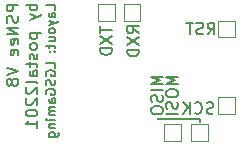
<source format=gbo>
G04 #@! TF.GenerationSoftware,KiCad,Pcbnew,(6.0.9)*
G04 #@! TF.CreationDate,2024-03-06T19:42:55+11:00*
G04 #@! TF.ProjectId,psneev8,70736e65-6576-4382-9e6b-696361645f70,rev?*
G04 #@! TF.SameCoordinates,Original*
G04 #@! TF.FileFunction,Legend,Bot*
G04 #@! TF.FilePolarity,Positive*
%FSLAX46Y46*%
G04 Gerber Fmt 4.6, Leading zero omitted, Abs format (unit mm)*
G04 Created by KiCad (PCBNEW (6.0.9)) date 2024-03-06 19:42:55*
%MOMM*%
%LPD*%
G01*
G04 APERTURE LIST*
%ADD10C,0.150000*%
%ADD11C,0.120000*%
G04 APERTURE END LIST*
D10*
X102108000Y-136525000D02*
X102108000Y-136779000D01*
X98552000Y-136525000D02*
X98552000Y-136398000D01*
X98552000Y-136525000D02*
X102108000Y-136525000D01*
X89896904Y-127287928D02*
X89896904Y-126906976D01*
X89096904Y-126906976D01*
X89896904Y-127897452D02*
X89477857Y-127897452D01*
X89401666Y-127859357D01*
X89363571Y-127783166D01*
X89363571Y-127630785D01*
X89401666Y-127554595D01*
X89858809Y-127897452D02*
X89896904Y-127821261D01*
X89896904Y-127630785D01*
X89858809Y-127554595D01*
X89782619Y-127516500D01*
X89706428Y-127516500D01*
X89630238Y-127554595D01*
X89592142Y-127630785D01*
X89592142Y-127821261D01*
X89554047Y-127897452D01*
X89363571Y-128202214D02*
X89896904Y-128392690D01*
X89363571Y-128583166D02*
X89896904Y-128392690D01*
X90087380Y-128316500D01*
X90125476Y-128278404D01*
X90163571Y-128202214D01*
X89896904Y-129002214D02*
X89858809Y-128926023D01*
X89820714Y-128887928D01*
X89744523Y-128849833D01*
X89515952Y-128849833D01*
X89439761Y-128887928D01*
X89401666Y-128926023D01*
X89363571Y-129002214D01*
X89363571Y-129116500D01*
X89401666Y-129192690D01*
X89439761Y-129230785D01*
X89515952Y-129268880D01*
X89744523Y-129268880D01*
X89820714Y-129230785D01*
X89858809Y-129192690D01*
X89896904Y-129116500D01*
X89896904Y-129002214D01*
X89363571Y-129954595D02*
X89896904Y-129954595D01*
X89363571Y-129611738D02*
X89782619Y-129611738D01*
X89858809Y-129649833D01*
X89896904Y-129726023D01*
X89896904Y-129840309D01*
X89858809Y-129916500D01*
X89820714Y-129954595D01*
X89363571Y-130221261D02*
X89363571Y-130526023D01*
X89096904Y-130335547D02*
X89782619Y-130335547D01*
X89858809Y-130373642D01*
X89896904Y-130449833D01*
X89896904Y-130526023D01*
X89820714Y-130792690D02*
X89858809Y-130830785D01*
X89896904Y-130792690D01*
X89858809Y-130754595D01*
X89820714Y-130792690D01*
X89896904Y-130792690D01*
X89401666Y-130792690D02*
X89439761Y-130830785D01*
X89477857Y-130792690D01*
X89439761Y-130754595D01*
X89401666Y-130792690D01*
X89477857Y-130792690D01*
X89896904Y-132164119D02*
X89896904Y-131783166D01*
X89096904Y-131783166D01*
X89135000Y-132849833D02*
X89096904Y-132773642D01*
X89096904Y-132659357D01*
X89135000Y-132545071D01*
X89211190Y-132468880D01*
X89287380Y-132430785D01*
X89439761Y-132392690D01*
X89554047Y-132392690D01*
X89706428Y-132430785D01*
X89782619Y-132468880D01*
X89858809Y-132545071D01*
X89896904Y-132659357D01*
X89896904Y-132735547D01*
X89858809Y-132849833D01*
X89820714Y-132887928D01*
X89554047Y-132887928D01*
X89554047Y-132735547D01*
X89858809Y-133192690D02*
X89896904Y-133306976D01*
X89896904Y-133497452D01*
X89858809Y-133573642D01*
X89820714Y-133611738D01*
X89744523Y-133649833D01*
X89668333Y-133649833D01*
X89592142Y-133611738D01*
X89554047Y-133573642D01*
X89515952Y-133497452D01*
X89477857Y-133345071D01*
X89439761Y-133268880D01*
X89401666Y-133230785D01*
X89325476Y-133192690D01*
X89249285Y-133192690D01*
X89173095Y-133230785D01*
X89135000Y-133268880D01*
X89096904Y-133345071D01*
X89096904Y-133535547D01*
X89135000Y-133649833D01*
X89135000Y-134411738D02*
X89096904Y-134335547D01*
X89096904Y-134221261D01*
X89135000Y-134106976D01*
X89211190Y-134030785D01*
X89287380Y-133992690D01*
X89439761Y-133954595D01*
X89554047Y-133954595D01*
X89706428Y-133992690D01*
X89782619Y-134030785D01*
X89858809Y-134106976D01*
X89896904Y-134221261D01*
X89896904Y-134297452D01*
X89858809Y-134411738D01*
X89820714Y-134449833D01*
X89554047Y-134449833D01*
X89554047Y-134297452D01*
X89896904Y-135135547D02*
X89477857Y-135135547D01*
X89401666Y-135097452D01*
X89363571Y-135021261D01*
X89363571Y-134868880D01*
X89401666Y-134792690D01*
X89858809Y-135135547D02*
X89896904Y-135059357D01*
X89896904Y-134868880D01*
X89858809Y-134792690D01*
X89782619Y-134754595D01*
X89706428Y-134754595D01*
X89630238Y-134792690D01*
X89592142Y-134868880D01*
X89592142Y-135059357D01*
X89554047Y-135135547D01*
X89896904Y-135516500D02*
X89363571Y-135516500D01*
X89439761Y-135516500D02*
X89401666Y-135554595D01*
X89363571Y-135630785D01*
X89363571Y-135745071D01*
X89401666Y-135821261D01*
X89477857Y-135859357D01*
X89896904Y-135859357D01*
X89477857Y-135859357D02*
X89401666Y-135897452D01*
X89363571Y-135973642D01*
X89363571Y-136087928D01*
X89401666Y-136164119D01*
X89477857Y-136202214D01*
X89896904Y-136202214D01*
X89896904Y-136583166D02*
X89363571Y-136583166D01*
X89096904Y-136583166D02*
X89135000Y-136545071D01*
X89173095Y-136583166D01*
X89135000Y-136621261D01*
X89096904Y-136583166D01*
X89173095Y-136583166D01*
X89363571Y-136964119D02*
X89896904Y-136964119D01*
X89439761Y-136964119D02*
X89401666Y-137002214D01*
X89363571Y-137078404D01*
X89363571Y-137192690D01*
X89401666Y-137268880D01*
X89477857Y-137306976D01*
X89896904Y-137306976D01*
X89363571Y-138030785D02*
X90011190Y-138030785D01*
X90087380Y-137992690D01*
X90125476Y-137954595D01*
X90163571Y-137878404D01*
X90163571Y-137764119D01*
X90125476Y-137687928D01*
X89858809Y-138030785D02*
X89896904Y-137954595D01*
X89896904Y-137802214D01*
X89858809Y-137726023D01*
X89820714Y-137687928D01*
X89744523Y-137649833D01*
X89515952Y-137649833D01*
X89439761Y-137687928D01*
X89401666Y-137726023D01*
X89363571Y-137802214D01*
X89363571Y-137954595D01*
X89401666Y-138030785D01*
X86769380Y-126827595D02*
X85769380Y-126827595D01*
X85769380Y-127208547D01*
X85817000Y-127303785D01*
X85864619Y-127351404D01*
X85959857Y-127399023D01*
X86102714Y-127399023D01*
X86197952Y-127351404D01*
X86245571Y-127303785D01*
X86293190Y-127208547D01*
X86293190Y-126827595D01*
X86721761Y-127779976D02*
X86769380Y-127922833D01*
X86769380Y-128160928D01*
X86721761Y-128256166D01*
X86674142Y-128303785D01*
X86578904Y-128351404D01*
X86483666Y-128351404D01*
X86388428Y-128303785D01*
X86340809Y-128256166D01*
X86293190Y-128160928D01*
X86245571Y-127970452D01*
X86197952Y-127875214D01*
X86150333Y-127827595D01*
X86055095Y-127779976D01*
X85959857Y-127779976D01*
X85864619Y-127827595D01*
X85817000Y-127875214D01*
X85769380Y-127970452D01*
X85769380Y-128208547D01*
X85817000Y-128351404D01*
X86769380Y-128779976D02*
X85769380Y-128779976D01*
X86769380Y-129351404D01*
X85769380Y-129351404D01*
X86721761Y-130208547D02*
X86769380Y-130113309D01*
X86769380Y-129922833D01*
X86721761Y-129827595D01*
X86626523Y-129779976D01*
X86245571Y-129779976D01*
X86150333Y-129827595D01*
X86102714Y-129922833D01*
X86102714Y-130113309D01*
X86150333Y-130208547D01*
X86245571Y-130256166D01*
X86340809Y-130256166D01*
X86436047Y-129779976D01*
X86721761Y-131065690D02*
X86769380Y-130970452D01*
X86769380Y-130779976D01*
X86721761Y-130684738D01*
X86626523Y-130637119D01*
X86245571Y-130637119D01*
X86150333Y-130684738D01*
X86102714Y-130779976D01*
X86102714Y-130970452D01*
X86150333Y-131065690D01*
X86245571Y-131113309D01*
X86340809Y-131113309D01*
X86436047Y-130637119D01*
X85769380Y-132160928D02*
X86769380Y-132494261D01*
X85769380Y-132827595D01*
X86197952Y-133303785D02*
X86150333Y-133208547D01*
X86102714Y-133160928D01*
X86007476Y-133113309D01*
X85959857Y-133113309D01*
X85864619Y-133160928D01*
X85817000Y-133208547D01*
X85769380Y-133303785D01*
X85769380Y-133494261D01*
X85817000Y-133589500D01*
X85864619Y-133637119D01*
X85959857Y-133684738D01*
X86007476Y-133684738D01*
X86102714Y-133637119D01*
X86150333Y-133589500D01*
X86197952Y-133494261D01*
X86197952Y-133303785D01*
X86245571Y-133208547D01*
X86293190Y-133160928D01*
X86388428Y-133113309D01*
X86578904Y-133113309D01*
X86674142Y-133160928D01*
X86721761Y-133208547D01*
X86769380Y-133303785D01*
X86769380Y-133494261D01*
X86721761Y-133589500D01*
X86674142Y-133637119D01*
X86578904Y-133684738D01*
X86388428Y-133684738D01*
X86293190Y-133637119D01*
X86245571Y-133589500D01*
X86197952Y-133494261D01*
X88379380Y-126827595D02*
X87379380Y-126827595D01*
X87760333Y-126827595D02*
X87712714Y-126922833D01*
X87712714Y-127113309D01*
X87760333Y-127208547D01*
X87807952Y-127256166D01*
X87903190Y-127303785D01*
X88188904Y-127303785D01*
X88284142Y-127256166D01*
X88331761Y-127208547D01*
X88379380Y-127113309D01*
X88379380Y-126922833D01*
X88331761Y-126827595D01*
X87712714Y-127637119D02*
X88379380Y-127875214D01*
X87712714Y-128113309D02*
X88379380Y-127875214D01*
X88617476Y-127779976D01*
X88665095Y-127732357D01*
X88712714Y-127637119D01*
X87712714Y-129256166D02*
X88712714Y-129256166D01*
X87760333Y-129256166D02*
X87712714Y-129351404D01*
X87712714Y-129541880D01*
X87760333Y-129637119D01*
X87807952Y-129684738D01*
X87903190Y-129732357D01*
X88188904Y-129732357D01*
X88284142Y-129684738D01*
X88331761Y-129637119D01*
X88379380Y-129541880D01*
X88379380Y-129351404D01*
X88331761Y-129256166D01*
X88379380Y-130303785D02*
X88331761Y-130208547D01*
X88284142Y-130160928D01*
X88188904Y-130113309D01*
X87903190Y-130113309D01*
X87807952Y-130160928D01*
X87760333Y-130208547D01*
X87712714Y-130303785D01*
X87712714Y-130446642D01*
X87760333Y-130541880D01*
X87807952Y-130589500D01*
X87903190Y-130637119D01*
X88188904Y-130637119D01*
X88284142Y-130589500D01*
X88331761Y-130541880D01*
X88379380Y-130446642D01*
X88379380Y-130303785D01*
X88331761Y-131018071D02*
X88379380Y-131113309D01*
X88379380Y-131303785D01*
X88331761Y-131399023D01*
X88236523Y-131446642D01*
X88188904Y-131446642D01*
X88093666Y-131399023D01*
X88046047Y-131303785D01*
X88046047Y-131160928D01*
X87998428Y-131065690D01*
X87903190Y-131018071D01*
X87855571Y-131018071D01*
X87760333Y-131065690D01*
X87712714Y-131160928D01*
X87712714Y-131303785D01*
X87760333Y-131399023D01*
X87712714Y-131732357D02*
X87712714Y-132113309D01*
X87379380Y-131875214D02*
X88236523Y-131875214D01*
X88331761Y-131922833D01*
X88379380Y-132018071D01*
X88379380Y-132113309D01*
X88379380Y-132875214D02*
X87855571Y-132875214D01*
X87760333Y-132827595D01*
X87712714Y-132732357D01*
X87712714Y-132541880D01*
X87760333Y-132446642D01*
X88331761Y-132875214D02*
X88379380Y-132779976D01*
X88379380Y-132541880D01*
X88331761Y-132446642D01*
X88236523Y-132399023D01*
X88141285Y-132399023D01*
X88046047Y-132446642D01*
X87998428Y-132541880D01*
X87998428Y-132779976D01*
X87950809Y-132875214D01*
X88379380Y-133494261D02*
X88331761Y-133399023D01*
X88236523Y-133351404D01*
X87379380Y-133351404D01*
X87474619Y-133827595D02*
X87427000Y-133875214D01*
X87379380Y-133970452D01*
X87379380Y-134208547D01*
X87427000Y-134303785D01*
X87474619Y-134351404D01*
X87569857Y-134399023D01*
X87665095Y-134399023D01*
X87807952Y-134351404D01*
X88379380Y-133779976D01*
X88379380Y-134399023D01*
X87474619Y-134779976D02*
X87427000Y-134827595D01*
X87379380Y-134922833D01*
X87379380Y-135160928D01*
X87427000Y-135256166D01*
X87474619Y-135303785D01*
X87569857Y-135351404D01*
X87665095Y-135351404D01*
X87807952Y-135303785D01*
X88379380Y-134732357D01*
X88379380Y-135351404D01*
X87379380Y-135970452D02*
X87379380Y-136065690D01*
X87427000Y-136160928D01*
X87474619Y-136208547D01*
X87569857Y-136256166D01*
X87760333Y-136303785D01*
X87998428Y-136303785D01*
X88188904Y-136256166D01*
X88284142Y-136208547D01*
X88331761Y-136160928D01*
X88379380Y-136065690D01*
X88379380Y-135970452D01*
X88331761Y-135875214D01*
X88284142Y-135827595D01*
X88188904Y-135779976D01*
X87998428Y-135732357D01*
X87760333Y-135732357D01*
X87569857Y-135779976D01*
X87474619Y-135827595D01*
X87427000Y-135875214D01*
X87379380Y-135970452D01*
X88379380Y-137256166D02*
X88379380Y-136684738D01*
X88379380Y-136970452D02*
X87379380Y-136970452D01*
X87522238Y-136875214D01*
X87617476Y-136779976D01*
X87665095Y-136684738D01*
X102782619Y-129357380D02*
X103115952Y-128881190D01*
X103354047Y-129357380D02*
X103354047Y-128357380D01*
X102973095Y-128357380D01*
X102877857Y-128405000D01*
X102830238Y-128452619D01*
X102782619Y-128547857D01*
X102782619Y-128690714D01*
X102830238Y-128785952D01*
X102877857Y-128833571D01*
X102973095Y-128881190D01*
X103354047Y-128881190D01*
X102401666Y-129309761D02*
X102258809Y-129357380D01*
X102020714Y-129357380D01*
X101925476Y-129309761D01*
X101877857Y-129262142D01*
X101830238Y-129166904D01*
X101830238Y-129071666D01*
X101877857Y-128976428D01*
X101925476Y-128928809D01*
X102020714Y-128881190D01*
X102211190Y-128833571D01*
X102306428Y-128785952D01*
X102354047Y-128738333D01*
X102401666Y-128643095D01*
X102401666Y-128547857D01*
X102354047Y-128452619D01*
X102306428Y-128405000D01*
X102211190Y-128357380D01*
X101973095Y-128357380D01*
X101830238Y-128405000D01*
X101544523Y-128357380D02*
X100973095Y-128357380D01*
X101258809Y-129357380D02*
X101258809Y-128357380D01*
X103266714Y-136040761D02*
X103123857Y-136088380D01*
X102885761Y-136088380D01*
X102790523Y-136040761D01*
X102742904Y-135993142D01*
X102695285Y-135897904D01*
X102695285Y-135802666D01*
X102742904Y-135707428D01*
X102790523Y-135659809D01*
X102885761Y-135612190D01*
X103076238Y-135564571D01*
X103171476Y-135516952D01*
X103219095Y-135469333D01*
X103266714Y-135374095D01*
X103266714Y-135278857D01*
X103219095Y-135183619D01*
X103171476Y-135136000D01*
X103076238Y-135088380D01*
X102838142Y-135088380D01*
X102695285Y-135136000D01*
X101695285Y-135993142D02*
X101742904Y-136040761D01*
X101885761Y-136088380D01*
X101981000Y-136088380D01*
X102123857Y-136040761D01*
X102219095Y-135945523D01*
X102266714Y-135850285D01*
X102314333Y-135659809D01*
X102314333Y-135516952D01*
X102266714Y-135326476D01*
X102219095Y-135231238D01*
X102123857Y-135136000D01*
X101981000Y-135088380D01*
X101885761Y-135088380D01*
X101742904Y-135136000D01*
X101695285Y-135183619D01*
X101266714Y-136088380D02*
X101266714Y-135088380D01*
X100695285Y-136088380D02*
X101123857Y-135516952D01*
X100695285Y-135088380D02*
X101266714Y-135659809D01*
X93686380Y-128659095D02*
X93686380Y-129230523D01*
X94686380Y-128944809D02*
X93686380Y-128944809D01*
X93686380Y-129468619D02*
X94686380Y-130135285D01*
X93686380Y-130135285D02*
X94686380Y-129468619D01*
X94686380Y-130516238D02*
X93686380Y-130516238D01*
X93686380Y-130754333D01*
X93734000Y-130897190D01*
X93829238Y-130992428D01*
X93924476Y-131040047D01*
X94114952Y-131087666D01*
X94257809Y-131087666D01*
X94448285Y-131040047D01*
X94543523Y-130992428D01*
X94638761Y-130897190D01*
X94686380Y-130754333D01*
X94686380Y-130516238D01*
X96972380Y-129254333D02*
X96496190Y-128921000D01*
X96972380Y-128682904D02*
X95972380Y-128682904D01*
X95972380Y-129063857D01*
X96020000Y-129159095D01*
X96067619Y-129206714D01*
X96162857Y-129254333D01*
X96305714Y-129254333D01*
X96400952Y-129206714D01*
X96448571Y-129159095D01*
X96496190Y-129063857D01*
X96496190Y-128682904D01*
X95972380Y-129587666D02*
X96972380Y-130254333D01*
X95972380Y-130254333D02*
X96972380Y-129587666D01*
X96972380Y-130635285D02*
X95972380Y-130635285D01*
X95972380Y-130873380D01*
X96020000Y-131016238D01*
X96115238Y-131111476D01*
X96210476Y-131159095D01*
X96400952Y-131206714D01*
X96543809Y-131206714D01*
X96734285Y-131159095D01*
X96829523Y-131111476D01*
X96924761Y-131016238D01*
X96972380Y-130873380D01*
X96972380Y-130635285D01*
X100274380Y-132921571D02*
X99274380Y-132921571D01*
X99988666Y-133254904D01*
X99274380Y-133588238D01*
X100274380Y-133588238D01*
X99274380Y-134254904D02*
X99274380Y-134445380D01*
X99322000Y-134540619D01*
X99417238Y-134635857D01*
X99607714Y-134683476D01*
X99941047Y-134683476D01*
X100131523Y-134635857D01*
X100226761Y-134540619D01*
X100274380Y-134445380D01*
X100274380Y-134254904D01*
X100226761Y-134159666D01*
X100131523Y-134064428D01*
X99941047Y-134016809D01*
X99607714Y-134016809D01*
X99417238Y-134064428D01*
X99322000Y-134159666D01*
X99274380Y-134254904D01*
X100226761Y-135064428D02*
X100274380Y-135207285D01*
X100274380Y-135445380D01*
X100226761Y-135540619D01*
X100179142Y-135588238D01*
X100083904Y-135635857D01*
X99988666Y-135635857D01*
X99893428Y-135588238D01*
X99845809Y-135540619D01*
X99798190Y-135445380D01*
X99750571Y-135254904D01*
X99702952Y-135159666D01*
X99655333Y-135112047D01*
X99560095Y-135064428D01*
X99464857Y-135064428D01*
X99369619Y-135112047D01*
X99322000Y-135159666D01*
X99274380Y-135254904D01*
X99274380Y-135493000D01*
X99322000Y-135635857D01*
X100274380Y-136064428D02*
X99274380Y-136064428D01*
X99004380Y-132921571D02*
X98004380Y-132921571D01*
X98718666Y-133254904D01*
X98004380Y-133588238D01*
X99004380Y-133588238D01*
X99004380Y-134064428D02*
X98004380Y-134064428D01*
X98956761Y-134493000D02*
X99004380Y-134635857D01*
X99004380Y-134873952D01*
X98956761Y-134969190D01*
X98909142Y-135016809D01*
X98813904Y-135064428D01*
X98718666Y-135064428D01*
X98623428Y-135016809D01*
X98575809Y-134969190D01*
X98528190Y-134873952D01*
X98480571Y-134683476D01*
X98432952Y-134588238D01*
X98385333Y-134540619D01*
X98290095Y-134493000D01*
X98194857Y-134493000D01*
X98099619Y-134540619D01*
X98052000Y-134588238D01*
X98004380Y-134683476D01*
X98004380Y-134921571D01*
X98052000Y-135064428D01*
X98004380Y-135683476D02*
X98004380Y-135873952D01*
X98052000Y-135969190D01*
X98147238Y-136064428D01*
X98337714Y-136112047D01*
X98671047Y-136112047D01*
X98861523Y-136064428D01*
X98956761Y-135969190D01*
X99004380Y-135873952D01*
X99004380Y-135683476D01*
X98956761Y-135588238D01*
X98861523Y-135493000D01*
X98671047Y-135445380D01*
X98337714Y-135445380D01*
X98147238Y-135493000D01*
X98052000Y-135588238D01*
X98004380Y-135683476D01*
D11*
X105094000Y-134682000D02*
X103694000Y-134682000D01*
X105094000Y-136082000D02*
X105094000Y-134682000D01*
X103694000Y-134682000D02*
X103694000Y-136082000D01*
X103694000Y-136082000D02*
X105094000Y-136082000D01*
X103694000Y-128205000D02*
X103694000Y-129605000D01*
X105094000Y-129605000D02*
X105094000Y-128205000D01*
X105094000Y-128205000D02*
X103694000Y-128205000D01*
X103694000Y-129605000D02*
X105094000Y-129605000D01*
X94934000Y-126808000D02*
X93534000Y-126808000D01*
X94934000Y-128208000D02*
X94934000Y-126808000D01*
X93534000Y-128208000D02*
X94934000Y-128208000D01*
X93534000Y-126808000D02*
X93534000Y-128208000D01*
X97093000Y-128208000D02*
X97093000Y-126808000D01*
X97093000Y-126808000D02*
X95693000Y-126808000D01*
X95693000Y-126808000D02*
X95693000Y-128208000D01*
X95693000Y-128208000D02*
X97093000Y-128208000D01*
X99122000Y-136968000D02*
X99122000Y-138368000D01*
X100522000Y-136968000D02*
X99122000Y-136968000D01*
X100522000Y-138368000D02*
X100522000Y-136968000D01*
X99122000Y-138368000D02*
X100522000Y-138368000D01*
X102808000Y-138368000D02*
X102808000Y-136968000D01*
X101408000Y-136968000D02*
X101408000Y-138368000D01*
X102808000Y-136968000D02*
X101408000Y-136968000D01*
X101408000Y-138368000D02*
X102808000Y-138368000D01*
M02*

</source>
